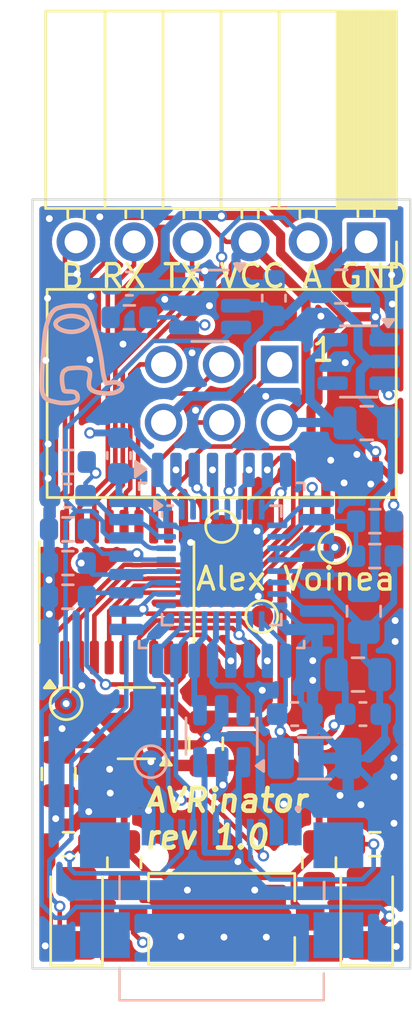
<source format=kicad_pcb>
(kicad_pcb (version 20240108) (generator "pcbnew") (generator_version "8.0")
  (title_block (title "AVRinator") (date "2024-04-30") (rev "1.0"))
  (layers (0 "F.Cu" signal) (1 "In1.Cu" signal) (2 "In2.Cu" signal) (31 "B.Cu" signal) (34 "B.Paste" user) (35 "F.Paste" user) (36 "B.SilkS" user "B.Silkscreen") (37 "F.SilkS" user "F.Silkscreen") (38 "B.Mask" user) (39 "F.Mask" user) (44 "Edge.Cuts" user))
  (net 0 "")
  (net 1 "VBUS")
  (net 2 "GND")
  (net 3 "+3.3V")
  (net 4 "VDDA")
  (net 5 "T_VCC")
  (net 6 "/BOOT0")
  (net 7 "/LED")
  (net 8 "Net-(D1-A)")
  (net 9 "/NFAULT")
  (net 10 "Net-(D2-A)")
  (net 11 "/USB_CC1")
  (net 12 "/CONN_D+")
  (net 13 "/CONN_D-")
  (net 14 "/USB_SBU1")
  (net 15 "/USB_CC2")
  (net 16 "/USB_SBU2")
  (net 17 "GNDA")
  (net 18 "/VCOM_CTS_VCC")
  (net 19 "/VCOM_TX_VCC")
  (net 20 "/VCOM_RX_VCC")
  (net 21 "/VCOM_RTS_VCC")
  (net 22 "T_GND")
  (net 23 "/T_3V3_EN")
  (net 24 "/LS_OE")
  (net 25 "/T_5V_EN")
  (net 26 "/VSENSE_LV")
  (net 27 "/NRST")
  (net 28 "Net-(U1-PB3)")
  (net 29 "/VCOM_CTS")
  (net 30 "/VCOM_RTS")
  (net 31 "/VCOM_TX")
  (net 32 "/VCOM_RX")
  (net 33 "/T_NRESET")
  (net 34 "/ISENSE_OUT")
  (net 35 "/ISENSE_LV")
  (net 36 "/T_SCK")
  (net 37 "/T_MOSI")
  (net 38 "/T_MISO")
  (net 39 "/USB_D-")
  (net 40 "/USB_D+")
  (net 43 "/T_MISO_VCC")
  (net 44 "/T_MOSI_VCC")
  (net 45 "/T_SCK_VCC")
  (net 46 "/T_NRESET_VCC")
  (footprint "Resistor_SMD:R_0805_2012Metric" (layer "F.Cu") (at 57.9628 77.9272 -90)
    (property "Reference" "R7" (hide yes))
    (property "Value" "1K" (hide yes))
  )
  (footprint "LED_SMD:LED_1206_3216Metric" (layer "F.Cu") (at 55.88 80.137 90)
    (property "Reference" "D1" (hide yes))
    (property "Value" "~" (hide yes))
  )
  (footprint "Connector_PinSocket_2.54mm:PinSocket_1x06_P2.54mm_Horizontal" (layer "F.Cu") (at 68.5546 50.7746 -90)
    (property "Reference" "J3" (hide yes))
    (property "Value" "VCOM" (hide yes))
  )
  (footprint "TestPoint:TestPoint_Pad_D1.0mm" (layer "F.Cu") (at 63.9826 67.1576)
    (property "Reference" "TP2" (hide yes))
    (property "Value" "SWO" (hide yes))
  )
  (footprint "Package_TO_SOT_SMD:SOT-23-5" (layer "F.Cu") (at 58.4962 71.8199 180)
    (property "Reference" "U3" (hide yes))
    (property "Value" "AP2112K-3.3" (hide yes))
  )
  (footprint "Resistor_SMD:R_0805_2012Metric" (layer "F.Cu") (at 66.4972 77.9272 -90)
    (property "Reference" "R8" (hide yes))
    (property "Value" "1K" (hide yes))
  )
  (footprint "Package_SO:TSSOP-20_4.4x6.5mm_P0.65mm" (layer "F.Cu") (at 57.6326 66.0908 90)
    (property "Reference" "U6" (hide yes))
    (property "Value" "TXS0108EPW" (hide yes))
  )
  (footprint "NetTie:NetTie-2_SMD_Pad0.5mm" (layer "F.Cu") (at 66.2178 72.5424)
    (property "Reference" "NT1" (hide yes))
    (property "Value" "NetTie_2" (hide yes))
  )
  (footprint "TestPoint:TestPoint_Pad_D1.0mm" (layer "F.Cu") (at 55.4228 70.9676)
    (property "Reference" "TP4" (hide yes))
    (property "Value" "3V3" (hide yes))
  )
  (footprint "leptunKicadLib:61200621621" (layer "F.Cu") (at 62.23 57.404 180)
    (property "Reference" "J2" (hide yes))
    (property "Value" "ICSP" (hide yes))
  )
  (footprint "Capacitor_SMD:C_0805_2012Metric" (layer "F.Cu") (at 61.5442 72.7202 -90)
    (property "Reference" "C1" (hide yes))
    (property "Value" "1uF" (hide yes))
  )
  (footprint "Button_Switch_SMD:SW_Tactile_SPST_NO_Straight_CK_PTS636Sx25SMTRLFS" (layer "F.Cu") (at 62.23 80.391 180)
    (property "Reference" "SW1" (hide yes))
    (property "Value" "BOOT0" (hide yes))
  )
  (footprint "Resistor_SMD:R_0603_1608Metric" (layer "F.Cu") (at 55.5244 77.1144)
    (property "Reference" "R2" (hide yes))
    (property "Value" "5.1K" (hide yes))
  )
  (footprint "TestPoint:TestPoint_Pad_D1.0mm" (layer "F.Cu") (at 62.23 63.2206)
    (property "Reference" "TP1" (hide yes))
    (property "Value" "NRST" (hide yes))
  )
  (footprint "LED_SMD:LED_1206_3216Metric" (layer "F.Cu") (at 68.58 80.137 90)
    (property "Reference" "D2" (hide yes))
    (property "Value" "~" (hide yes))
  )
  (footprint "Capacitor_SMD:C_0805_2012Metric" (layer "F.Cu") (at 55.0926 74.041 -90)
    (property "Reference" "C2" (hide yes))
    (property "Value" "1uF" (hide yes))
  )
  (footprint "TestPoint:TestPoint_Pad_D1.0mm" (layer "F.Cu") (at 67.183 64.135)
    (property "Reference" "TP5" (hide yes))
    (property "Value" "ISENSE_HV" (hide yes))
  )
  (footprint "Resistor_SMD:R_0603_1608Metric" (layer "F.Cu") (at 68.9356 77.1144 180)
    (property "Reference" "R1" (hide yes))
    (property "Value" "5.1K" (hide yes))
  )
  (footprint "Resistor_SMD:R_0603_1608Metric" (layer "B.Cu") (at 68.9356 64.516)
    (property "Reference" "R9" (hide yes))
    (property "Value" "10K" (hide yes))
  )
  (footprint "Capacitor_SMD:C_0805_2012Metric" (layer "B.Cu") (at 68.58 58.6994)
    (property "Reference" "C9" (hide yes))
    (property "Value" "1uF" (hide yes))
  )
  (footprint "Capacitor_SMD:C_0603_1608Metric" (layer "B.Cu") (at 64.516 53.2384 -90)
    (property "Reference" "C11" (hide yes))
    (property "Value" "100nF" (hide yes))
  )
  (footprint "Package_TO_SOT_SMD:SOT-23-5" (layer "B.Cu") (at 61.722 53.5686 180)
    (property "Reference" "U7" (hide yes))
    (property "Value" "AP2171W" (hide yes))
  )
  (footprint "Resistor_SMD:R_0603_1608Metric" (layer "B.Cu") (at 68.9356 62.992)
    (property "Reference" "R10" (hide yes))
    (property "Value" "10K" (hide yes))
  )
  (footprint "TestPoint:TestPoint_Pad_D1.0mm" (layer "B.Cu") (at 59.1312 73.5076 180)
    (property "Reference" "TP3" (hide yes))
    (property "Value" "VBUS" (hide yes))
  )
  (footprint "Capacitor_SMD:C_0603_1608Metric" (layer "B.Cu") (at 58.1914 52.6034 180)
    (property "Reference" "C10" (hide yes))
    (property "Value" "100nF" (hide yes))
  )
  (footprint "Capacitor_SMD:C_1206_3216Metric" (layer "B.Cu") (at 66.294 73.3552)
    (property "Reference" "C7" (hide yes))
    (property "Value" "4.7uF" (hide yes))
  )
  (footprint "Package_DFN_QFN:QFN-32-1EP_5x5mm_P0.5mm_EP3.45x3.45mm" (layer "B.Cu") (at 62.23 64.9224 -90)
    (property "Reference" "U1" (hide yes))
    (property "Value" "STM32G431K8Ux" (hide yes))
  )
  (footprint "Resistor_SMD:R_0603_1608Metric" (layer "B.Cu") (at 55.499 60.4012 180)
    (property "Reference" "R12" (hide yes))
    (property "Value" "10K" (hide yes))
  )
  (footprint "leptunKicadLib:AMOGUS_lil" (layer "B.Cu") (at 55.6768 55.6768 180)
    (property "Reference" "SYM1" (hide yes))
    (property "Value" "AMOGUS")
  )
  (footprint "Package_TO_SOT_SMD:SOT-23-5" (layer "B.Cu") (at 68.2244 56.007 180)
    (property "Reference" "U4" (hide yes))
    (property "Value" "AP2112K-3.3" (hide yes))
  )
  (footprint "Capacitor_SMD:C_0603_1608Metric" (layer "B.Cu") (at 65.4304 71.4248)
    (property "Reference" "C3" (hide yes))
    (property "Value" "100nF" (hide yes))
  )
  (footprint "Capacitor_SMD:C_0805_2012Metric" (layer "B.Cu") (at 67.4624 52.7304 180)
    (property "Reference" "C8" (hide yes))
    (property "Value" "1uF" (hide yes))
  )
  (footprint "Resistor_SMD:R_0603_1608Metric" (layer "B.Cu") (at 55.499 66.294)
    (property "Reference" "R4" (hide yes))
    (property "Value" "10K" (hide yes))
  )
  (footprint "Package_QFP:LQFP-32_7x7mm_P0.8mm" (layer "B.Cu") (at 62.23 64.9224 -90)
    (property "Reference" "U2" (hide yes))
    (property "Value" "STM32G431K8Tx" (hide yes))
  )
  (footprint "NetTie:NetTie-2_SMD_Pad0.5mm" (layer "B.Cu") (at 69.0118 72.9488 45)
    (property "Reference" "NT2" (hide yes))
    (property "Value" "NetTie_2" (hide yes))
  )
  (footprint "Package_TO_SOT_SMD:SOT-23-6" (layer "B.Cu") (at 62.23 72.39 90)
    (property "Reference" "U5" (hide yes))
    (property "Value" "USBLC6-2SC6" (hide yes))
  )
  (footprint "leptunKicadLib:USB4110-GF-A" (layer "B.Cu") (at 62.23 80.264 180)
    (property "Reference" "J4" (hide yes))
    (property "Value" "USB_C_Receptacle_USB2.0_16P" (hide yes))
  )
  (footprint "Capacitor_SMD:C_0805_2012Metric" (layer "B.Cu") (at 68.199 69.6976)
    (property "Reference" "C6" (hide yes))
    (property "Value" "1uF" (hide yes))
  )
  (footprint "Resistor_SMD:R_0603_1608Metric" (layer "B.Cu") (at 58.1914 54.0766 180)
    (property "Reference" "R5" (hide yes))
    (property "Value" "10K" (hide yes))
  )
  (footprint "Capacitor_SMD:C_0603_1608Metric" (layer "B.Cu") (at 57.7342 60.1218 -90)
    (property "Reference" "C5" (hide yes))
    (property "Value" "100nF" (hide yes))
  )
  (footprint "Resistor_SMD:R_0603_1608Metric" (layer "B.Cu") (at 55.499 64.8208 180)
    (property "Reference" "R6" (hide yes))
    (property "Value" "10K" (hide yes))
  )
  (footprint "Capacitor_SMD:C_0603_1608Metric" (layer "B.Cu") (at 55.499 61.8744)
    (property "Reference" "C13" (hide yes))
    (property "Value" "100nF" (hide yes))
  )
  (footprint "Capacitor_SMD:C_0603_1608Metric" (layer "B.Cu") (at 68.4146 71.4248)
    (property "Reference" "C4" (hide yes))
    (property "Value" "100nF" (hide yes))
  )
  (footprint "NetTie:NetTie-2_SMD_Pad0.5mm" (layer "B.Cu") (at 68.9356 64.516 90)
    (property "Reference" "NT3" (hide yes))
    (property "Value" "NetTie_2" (hide yes))
  )
  (footprint "Resistor_SMD:R_0805_2012Metric" (layer "B.Cu") (at 68.453 66.929 90)
    (property "Reference" "R11" (hide yes))
    (property "Value" "0.11R" (hide yes))
  )
  (footprint "Resistor_SMD:R_0603_1608Metric" (layer "B.Cu") (at 55.499 63.3476 180)
    (property "Reference" "R3" (hide yes))
    (property "Value" "10K" (hide yes))
  )
  (gr_rect (start 53.9496 48.9204) (end 70.485 82.55) (stroke (width 0.1)) (fill none) (layer "Edge.Cuts"))
  (gr_text "${TITLE}\nrev ${REVISION}" (at 58.7502 77.3938 0) (layer "F.SilkS") (effects (font (size 1 1) (thickness 0.2) (bold yes) (italic yes)) (justify left bottom)))
  (gr_text "Alex Voinea" (at 61.0176 66.0908 0) (layer "F.SilkS") (effects (font (size 1 1)) (justify left bottom)))
  (gr_text "B RX TX VCC A GND" (at 55.0926 52.8574 0) (layer "F.SilkS") (effects (font (size 1 1)) (justify left bottom)))
  (segment (start 63.96253 49.623) (end 64.812645 50.473115) (width 0.4) (layer "F.Cu") (net 1))
  (segment (start 68.961 54.0512) (end 67.564 54.0512) (width 0.4) (layer "F.Cu") (net 1))
  (segment (start 60.0495 70.8699) (end 59.6337 70.8699) (width 0.4) (layer "F.Cu") (net 1))
  (segment (start 66.1416 58.047691) (end 66.1416 60.619471) (width 0.4) (layer "F.Cu") (net 1))
  (segment (start 66.7924 61.270271) (end 66.7924 63.27227) (width 0.4) (layer "F.Cu") (net 1))
  (segment (start 64.812645 50.473115) (end 64.812645 51.262175) (width 0.4) (layer "F.Cu") (net 1))
  (segment (start 67.60167 54.0512) (end 68.961 54.0512) (width 0.4) (layer "F.Cu") (net 1))
  (segment (start 59.6337 73.0051) (end 59.1312 73.5076) (width 0.4) (layer "F.Cu") (net 1))
  (segment (start 66.449 55.1662) (end 66.449 57.740291) (width 0.4) (layer "F.Cu") (net 1))
  (segment (start 61.5442 72.3646) (end 61.59159 72.41199) (width 0.4) (layer "F.Cu") (net 1))
  (segment (start 64.1706 71.7702) (end 61.5442 71.7702) (width 0.4) (layer "F.Cu") (net 1))
  (segment (start 67.564 54.0512) (end 66.449 55.1662) (width 0.4) (layer "F.Cu") (net 1))
  (segment (start 66.449 57.740291) (end 66.1416 58.047691) (width 0.4) (layer "F.Cu") (net 1))
  (segment (start 61.5442 71.7702) (end 61.5442 72.3646) (width 0.4) (layer "F.Cu") (net 1))
  (segment (start 64.812645 51.262175) (end 67.60167 54.0512) (width 0.4) (layer "F.Cu") (net 1))
  (segment (start 61.59159 72.41199) (end 61.23368 72.7699) (width 0.4) (layer "F.Cu") (net 1))
  (segment (start 66.7924 63.27227) (end 64.8716 65.19307) (width 0.4) (layer "F.Cu") (net 1))
  (segment (start 64.8716 71.0692) (end 64.1706 71.7702) (width 0.4) (layer "F.Cu") (net 1))
  (segment (start 61.23368 72.7699) (end 59.6337 72.7699) (width 0.4) (layer "F.Cu") (net 1))
  (segment (start 59.6337 72.7699) (end 59.6337 73.0051) (width 0.4) (layer "F.Cu") (net 1))
  (segment (start 62.242178 49.623) (end 63.96253 49.623) (width 0.4) (layer "F.Cu") (net 1))
  (segment (start 62.219089 49.646089) (end 62.242178 49.623) (width 0.4) (layer "F.Cu") (net 1))
  (segment (start 66.1416 60.619471) (end 66.7924 61.270271) (width 0.4) (layer "F.Cu") (net 1))
  (segment (start 64.8716 65.19307) (end 64.8716 71.0692) (width 0.4) (layer "F.Cu") (net 1))
  (segment (start 61.59159 72.41199) (end 60.0495 70.8699) (width 0.4) (layer "F.Cu") (net 1))
  (via (at 59.1312 73.5076) (size 0.5) (drill 0.3) (layers "F.Cu" "B.Cu") (net 1))
  (via (at 62.219089 49.646089) (size 0.5) (drill 0.3) (layers "F.Cu" "B.Cu") (net 1))
  (via (at 61.59159 72.41199) (size 0.5) (drill 0.3) (layers "F.Cu" "B.Cu") (net 1))
  (via (at 68.961 54.0512) (size 0.5) (drill 0.3) (layers "F.Cu" "B.Cu") (net 1))
  (segment (start 64.78 76.586) (end 64.78 76.124218) (width 0.3) (layer "B.Cu") (net 1))
  (segment (start 64.48 76.586) (end 64.48 76.109001) (width 0.3) (layer "B.Cu") (net 1))
  (segment (start 58.9664 52.6034) (end 58.8264 52.6034) (width 0.4) (layer "B.Cu") (net 1))
  (segment (start 58.9664 52.6034) (end 59.758 51.8118) (width 0.4) (layer "B.Cu") (net 1))
  (segment (start 64.78 76.194929) (end 64.587036 76.001965) (width 0.3) (layer "B.Cu") (net 1))
  (segment (start 68.961 53.279) (end 68.4124 52.7304) (width 0.4) (layer "B.Cu") (net 1))
  (segment (start 68.961 54.0512) (end 68.961 54.6561) (width 0.4) (layer "B.Cu") (net 1))
  (segment (start 64.48 76.109001) (end 64.587036 76.001965) (width 0.3) (layer "B.Cu") (net 1))
  (segment (start 59.68 75.7682) (end 59.68 74.945159) (width 0.3) (layer "B.Cu") (net 1))
  (segment (start 63.917 75.331929) (end 64.587036 76.001965) (width 0.4) (layer "B.Cu") (net 1))
  (segment (start 64.78 76.124218) (end 64.558891 75.903109) (width 0.3) (layer "B.Cu") (net 1))
  (segment (start 59.98 76.586) (end 59.98 76.0682) (width 0.3) (layer "B.Cu") (net 1))
  (segment (start 61.59159 72.41199) (end 63.508964 72.41199) (width 0.4) (layer "B.Cu") (net 1))
  (segment (start 58.8264 52.6034) (end 57.3664 54.0634) (width 0.4) (layer "B.Cu") (net 1))
  (segment (start 59.68 74.945159) (end 59.1312 74.396359) (width 0.3) (layer "B.Cu") (net 1))
  (segment (start 59.758 50.31247) (end 60.44747 49.623) (width 0.4) (layer "B.Cu") (net 1))
  (segment (start 59.1312 74.396359) (end 59.1312 73.5076) (width 0.3) (layer "B.Cu") (net 1))
  (segment (start 59.68 76.586) (end 59.68 75.7682) (width 0.3) (layer "B.Cu") (net 1))
  (segment (start 68.961 54.0512) (end 68.961 53.279) (width 0.4) (layer "B.Cu") (net 1))
  (segment (start 59.98 76.0682) (end 59.68 75.7682) (width 0.3) (layer "B.Cu") (net 1))
  (segment (start 64.78 76.586) (end 64.78 76.194929) (width 0.3) (layer "B.Cu") (net 1))
  (segment (start 63.508964 72.41199) (end 63.917 72.820026) (width 0.4) (layer "B.Cu") (net 1))
  (segment (start 63.917 72.820026) (end 63.917 75.331929) (width 0.4) (layer "B.Cu") (net 1))
  (segment (start 60.5845 52.6186) (end 58.9816 52.6186) (width 0.4) (layer "B.Cu") (net 1))
  (segment (start 62.23 71.77358) (end 62.23 71.2525) (width 0.4) (layer "B.Cu") (net 1))
  (segment (start 62.196 49.623) (end 62.219089 49.646089) (width 0.4) (layer "B.Cu") (net 1))
  (segment (start 58.9816 52.6186) (end 58.9664 52.6034) (width 0.4) (layer "B.Cu") (net 1))
  (segment (start 68.961 54.6561) (end 69.3619 55.057) (width 0.4) (layer "B.Cu") (net 1))
  (segment (start 64.78 76.586) (end 64.78 76.161) (width 0.3) (layer "B.Cu") (net 1))
  (segment (start 60.44747 49.623) (end 62.196 49.623) (width 0.4) (layer "B.Cu") (net 1))
  (segment (start 57.3664 54.0634) (end 57.3664 54.0766) (width 0.4) (layer "B.Cu") (net 1))
  (segment (start 61.59159 72.41199) (end 62.23 71.77358) (width 0.4) (layer "B.Cu") (net 1))
  (segment (start 59.758 51.8118) (end 59.758 50.31247) (width 0.4) (layer "B.Cu") (net 1))
  (segment (start 55.7124 74.991) (end 56.4134 75.692) (width 0.3) (layer "F.Cu") (net 2))
  (segment (start 59.6337 71.8199) (end 59.313174 71.8199) (width 0.3) (layer "F.Cu") (net 2))
  (segment (start 59.313174 71.8199) (end 58.5812 72.551874) (width 0.3) (layer "F.Cu") (net 2))
  (segment (start 56.4134 75.692) (end 56.1218 75.692) (width 0.3) (layer "F.Cu") (net 2))
  (segment (start 61.0006 73.6702) (end 61.5442 73.6702) (width 0.3) (layer "F.Cu") (net 2))
  (segment (start 58.5812 75.1928) (end 59.0296 75.6412) (width 0.3) (layer "F.Cu") (net 2))
  (segment (start 60.8711 63.9191) (end 60.5576 63.6056) (width 0.3) (layer "F.Cu") (net 2))
  (segment (start 56.1218 75.692) (end 54.6994 77.1144) (width 0.3) (layer "F.Cu") (net 2))
  (segment (start 69.7738 77.1012) (end 69.7606 77.1144) (width 0.3) (layer "F.Cu") (net 2))
  (segment (start 60.5576 63.6056) (end 60.5576 63.2283) (width 0.3) (layer "F.Cu") (net 2))
  (segment (start 55.0926 74.991) (end 55.7124 74.991) (width 0.3) (layer "F.Cu") (net 2))
  (segment (start 69.7738 76.2) (end 69.7738 77.1012) (width 0.3) (layer "F.Cu") (net 2))
  (segment (start 58.5812 72.551874) (end 58.5812 75.1928) (width 0.3) (layer "F.Cu") (net 2))
  (via (at 60.8711 63.9191) (size 0.5) (drill 0.3) (layers "F.Cu" "B.Cu") (net 2))
  (via (at 64.9478 75.3618) (size 0.5) (drill 0.3) (layers "F.Cu" "B.Cu") (net 2))
  (via (at 54.5338 55.9562) (size 0.5) (drill 0.3) (layers "F.Cu" "B.Cu") (net 2))
  (via (at 61.4934 52.0446) (size 0.5) (drill 0.3) (layers "F.Cu" "B.Cu") (net 2))
  (via (at 66.2178 69.9516) (size 0.5) (drill 0.3) (layers "F.Cu" "B.Cu") (net 2))
  (via (at 63.6778 79.121) (size 0.5) (drill 0.3) (layers "F.Cu" "B.Cu") (net 2))
  (via (at 63.8302 66.2686) (size 0.5) (drill 0.3) (layers "F.Cu" "B.Cu") (net 2))
  (via (at 56.4642 55.9308) (size 0.5) (drill 0.3) (layers "F.Cu" "B.Cu") (net 2))
  (via (at 57.912 55.245) (size 0.5) (drill 0.3) (layers "F.Cu" "B.Cu") (net 2))
  (via (at 55.245 72.0598) (size 0.5) (drill 0.3) (layers "F.Cu" "B.Cu") (net 2))
  (via (at 67.0052 60.325) (size 0.5) (drill 0.3) (layers "F.Cu" "B.Cu") (net 2))
  (via (at 54.6862 49.7586) (size 0.5) (drill 0.3) (layers "F.Cu" "B.Cu") (net 2))
  (via (at 69.8246 68.2498) (size 0.5) (drill 0.3) (layers "F.Cu" "B.Cu") (net 2))
  (via (at 64.008 70.3834) (size 0.5) (drill 0.3) (layers "F.Cu" "B.Cu") (net 2))
  (via (at 63.7794 63.4238) (size 0.5) (drill 0.3) (layers "F.Cu" "B.Cu") (net 2))
  (via (at 67.6402 56.0578) (size 0.5) (drill 0.3) (layers "F.Cu" "B.Cu") (net 2))
  (via (at 54.674 65.5574) (size 0.5) (drill 0.3) (layers "F.Cu" "B.Cu") (net 2))
  (via (at 68.1482 60.071) (size 0.5) (drill 0.3) (layers "F.Cu" "B.Cu") (net 2))
  (via (at 55.9054 52.1716) (size 0.5) (drill 0.3) (layers "F.Cu" "B.Cu") (net 2))
  (via (at 69.7738 73.3552) (size 0.5) (drill 0.3) (layers "F.Cu" "B.Cu") (net 2))
  (via (at 57.3278 73.8378) (size 0.5) (drill 0.3) (layers "F.Cu" "B.Cu") (net 2))
  (via (at 60.9346 55.626) (size 0.5) (drill 0.3) (layers "F.Cu" "B.Cu") (net 2))
  (via (at 60.452 81.153) (size 0.5) (drill 0.3) (layers "F.Cu" "B.Cu") (net 2))
  (via (at 69.7738 74.168) (size 0.5) (drill 0.3) (layers "F.Cu" "B.Cu") (net 2))
  (via (at 56.515 53.1622) (size 0.5) (drill 0.3) (layers "F.Cu" "B.Cu") (net 2))
  (via (at 54.9656 75.9968) (size 0.5) (drill 0.3) (layers "F.Cu" "B.Cu") (net 2))
  (via (at 59.7408 53.2892) (size 0.5) (drill 0.3) (layers "F.Cu" "B.Cu") (net 2))
  (via (at 54.6354 59.6138) (size 0.5) (drill 0.3) (layers "F.Cu" "B.Cu") (net 2))
  (via (at 69.8246 67.3354) (size 0.5) (drill 0.3) (layers "F.Cu" "B.Cu") (net 2))
  (via (at 61.087 58.1406) (size 0.5) (drill 0.3) (layers "F.Cu" "B.Cu") (net 2))
  (via (at 64.1858 81.1784) (size 0.5) (drill 0.3) (layers "F.Cu" "B.Cu") (net 2))
  (via (at 69.6976 53.4924) (size 0.5) (drill 0.3) (layers "F.Cu" "B.Cu") (net 2))
  (via (at 67.4116 74.9808) (size 0.5) (drill 0.3) (layers "F.Cu" "B.Cu") (net 2))
  (via (at 62.3316 81.1784) (size 0.5) (drill 0.3) (layers "F.Cu" "B.Cu") (net 2))
  (via (at 54.61 53.2384) (size 0.5) (drill 0.3) (layers "F.Cu" "B.Cu") (net 2))
  (via (at 61.6966 53.5686) (size 0.5) (drill 0.3) (layers "F.Cu" "B.Cu") (net 2))
  (via (at 69.8754 81.5848) (size 0.5) (drill 0.3) (layers "F.Cu" "B.Cu") (net 2))
  (via (at 54.6354 61.1124) (size 0.5) (drill 0.3) (layers "F.Cu" "B.Cu") (net 2))
  (via (at 57.3532 74.8792) (size 0.5) (drill 0.3) (layers "F.Cu" "B.Cu") (net 2))
  (via (at 68.7578 61.3664) (size 0.5) (drill 0.3) (layers "F.Cu" "B.Cu") (net 2))
  (via (at 56.1086 70.1802) (size 0.5) (drill 0.3) (layers "F.Cu" "B.Cu") (net 2))
  (via (at 62.2808 74.5236) (size 0.5) (drill 0.3) (layers "F.Cu" "B.Cu") (net 2))
  (via (at 68.326 75.3872) (size 0.5) (drill 0.3) (layers "F.Cu" "B.Cu") (net 2))
  (via (at 69.6722 52.2224) (size 0.5) (drill 0.3) (layers "F.Cu" "B.Cu") (net 2))
  (via (at 67.5894 61.3156) (size 0.5) (drill 0.3) (layers "F.Cu" "B.Cu") (net 2))
  (via (at 56.4134 75.692) (size 0.5) (drill 0.3) (layers "F.Cu" "B.Cu") (net 2))
  (via (at 54.5084 81.5594) (size 0.5) (drill 0.3) (layers "F.Cu" "B.Cu") (net 2))
  (via (at 69.7738 76.2) (size 0.5) (drill 0.3) (layers "F.Cu" "B.Cu") (net 2))
  (via (at 64.1604 57.531) (size 0.5) (drill 0.3) (layers "F.Cu" "B.Cu") (net 2))
  (via (at 62.9412 77.8764) (size 0.5) (drill 0.3) (layers "F.Cu" "B.Cu") (net 2))
  (via (at 54.6862 67.056) (size 0.5) (drill 0.3) (layers "F.Cu" "B.Cu") (net 2))
  (via (at 60.7314 79.121) (size 0.5) (drill 0.3) (layers "F.Cu" "B.Cu") (net 2))
  (via (at 66.5734 54.0258) (size 0.5) (drill 0.3) (layers "F.Cu" "B.Cu") (net 2))
  (via (at 56.896 49.6824) (size 0.5) (drill 0.3) (layers "F.Cu" "B.Cu") (net 2))
  (via (at 59.0296 75.6412) (size 0.5) (drill 0.3) (layers "F.Cu" "B.Cu") (net 2))
  (via (at 66.2178 69.088) (size 0.5) (drill 0.3) (layers "F.Cu" "B.Cu") (net 2))
  (segment (start 64.797926 66.674958) (end 65.449648 67.32668) (width 0.2) (layer "B.Cu") (net 2))
  (segment (start 67.769 73.3552) (end 68.6054 73.3552) (width 0.3) (layer "B.Cu") (net 2))
  (segment (start 59.662074 63.169842) (end 59.010352 62.51812) (width 0.2) (layer "B.Cu") (net 2))
  (segment (start 69.7738 75.36) (end 69.7738 76.2) (width 0.3) (layer "B.Cu") (net 2))
  (segment (start 54.6354 61.1124) (end 54.674 61.151) (width 0.3) (layer "B.Cu") (net 2))
  (segment (start 64.6675 66.6724) (end 64.797926 66.674958) (width 0.2) (layer "B.Cu") (net 2))
  (segment (start 64.9478 75.3618) (end 65.28 75.694) (width 0.3) (layer "B.Cu") (net 2))
  (segment (start 62.23 64.9224) (end 62.099574 64.919842) (width 0.2) (layer "B.Cu") (net 2))
  (segment (start 58.88 76.586) (end 58.88 75.7908) (width 0.3) (layer "B.Cu") (net 2))
  (segment (start 56.4134 75.692) (end 58.9788 75.692) (width 0.3) (layer "B.Cu") (net 2))
  (segment (start 65.28 76.586) (end 65.28 75.8678) (width 0.3) (layer "B.Cu") (net 2))
  (segment (start 66.2054 71.7916) (end 66.2054 71.4248) (width 0.3) (layer "B.Cu") (net 2))
  (segment (start 54.674 60.4012) (end 54.674 61.0738) (width 0.3) (layer "B.Cu") (net 2))
  (segment (start 65.58 75.5678) (end 65.58 76.586) (width 0.3) (layer "B.Cu") (net 2))
  (segment (start 57.7342 60.8968) (end 57.7342 61.8016) (width 0.3) (layer "B.Cu") (net 2))
  (segment (start 59.7925 63.1724) (end 59.662074 63.169842) (width 0.2) (layer "B.Cu") (net 2))
  (segment (start 63.493864 66.186264) (end 62.23 64.9224) (width 0.2) (layer "B.Cu") (net 2))
  (segment (start 67.769 73.3552) (end 67.769 73.3788) (width 0.3) (layer "B.Cu") (net 2))
  (segment (start 54.674 61.0738) (end 54.6354 61.1124) (width 0.3) (layer "B.Cu") (net 2))
  (segment (start 67.760999 73.397999) (end 67.769 73.389998) (width 0.3) (layer "B.Cu") (net 2))
  (segment (start 65.6844 70.9038) (end 65.6844 68.443) (width 0.3) (layer "B.Cu") (net 2))
  (segment (start 67.769 73.389998) (end 67.769 73.3552) (width 0.3) (layer "B.Cu") (net 2))
  (segment (start 57.7342 61.8016) (end 58.055 62.1224) (width 0.3) (layer "B.Cu") (net 2))
  (segment (start 57.7342 60.6298) (end 57.7342 60.8968) (width 0.3) (layer "B.Cu") (net 2))
  (segment (start 67.769 73.3788) (end 65.58 75.5678) (width 0.3) (layer "B.Cu") (net 2))
  (segment (start 62.099574 64.919842) (end 60.747852 63.56812) (width 0.2) (layer "B.Cu") (net 2))
  (segment (start 65.28 75.694) (end 65.28 75.8678) (width 0.3) (layer "B.Cu") (net 2))
  (segment (start 65.28 75.8678) (end 65.58 75.5678) (width 0.3) (layer "B.Cu") (net 2))
  (segment (start 67.769 73.3552) (end 66.2054 71.7916) (width 0.3) (layer "B.Cu") (net 2))
  (segment (start 59.18 75.7916) (end 59.0296 75.6412) (width 0.3) (layer "B.Cu") (net 2))
  (segment (start 62.23 74.4728) (end 62.2808 74.5236) (width 0.3) (layer "B.Cu") (net 2))
  (segment (start 59.18 76.586) (end 59.18 75.7916) (width 0.3) (layer "B.Cu") (net 2))
  (segment (start 68.6054 73.3552) (end 68.658247 73.302353) (width 0.3) (layer "B.Cu") (net 2))
  (segment (start 67.769 73.3552) (end 69.7738 75.36) (width 0.3) (layer "B.Cu") (net 2))
  (segment (start 58.9788 75.692) (end 59.0296 75.6412) (width 0.3) (layer "B.Cu") (net 2))
  (segment (start 62.23 73.5275) (end 62.23 74.4728) (width 0.3) (layer "B.Cu") (net 2))
  (segment (start 58.88 75.7908) (end 59.0296 75.6412) (width 0.3) (layer "B.Cu") (net 2))
  (segment (start 66.2054 71.4248) (end 65.6844 70.9038) (width 0.3) (layer "B.Cu") (net 2))
  (segment (start 54.674 61.151) (end 54.674 66.294) (width 0.3) (layer "B.Cu") (net 2))
  (segment (start 65.6844 68.443) (end 66.405 67.7224) (width 0.3) (layer "B.Cu") (net 2))
  (arc (start 65.449648 67.32668) (mid 65.887967 67.619556) (end 66.405 67.7224) (width 0.2) (layer "B.Cu") (net 2))
  (arc (start 59.010352 62.51812) (mid 58.572033 62.225244) (end 58.055 62.1224) (width 0.2) (layer "B.Cu") (net 2))
  (arc (start 64.6675 66.6724) (mid 64.032333 66.546057) (end 63.493864 66.186264) (width 0.2) (layer "B.Cu") (net 2))
  (arc (start 60.747852 63.56812) (mid 60.309533 63.275244) (end 59.7925 63.1724) (width 0.2) (layer "B.Cu") (net 2))
  (segment (start 57.9628 77.309105) (end 59.097695 78.444) (width 0.3) (layer "F.Cu") (net 3))
  (segment (start 55.4228 70.9676) (end 55.5564 70.9676) (width 0.3) (layer "F.Cu") (net 3))
  (segment (start 65.151 72.5424) (end 64.7954 72.1868) (width 0.3) (layer "F.Cu") (net 3))
  (segment (start 57.9628 73.374) (end 57.9628 77.0147) (width 0.3) (layer "F.Cu") (net 3))
  (segment (start 55.3576 68.9533) (end 55.4228 69.0185) (width 0.3) (layer "F.Cu") (net 3))
  (segment (start 65.396505 79.682505) (end 66.105 80.391) (width 0.3) (layer "F.Cu") (net 3))
  (segment (start 65.269505 78.5368) (end 65.396505 78.4098) (width 0.3) (layer "F.Cu") (net 3))
  (segment (start 66.4972 77.0147) (end 66.4972 73.963538) (width 0.3) (layer "F.Cu") (net 3))
  (segment (start 65.7178 73.184138) (end 65.7178 72.5424) (width 0.3) (layer "F.Cu") (net 3))
  (segment (start 59.756618 78.5368) (end 65.269505 78.5368) (width 0.3) (layer "F.Cu") (net 3))
  (segment (start 55.4137 72.7699) (end 55.0926 73.091) (width 0.3) (layer "F.Cu") (net 3))
  (segment (start 57.3587 72.7699) (end 55.4137 72.7699) (width 0.3) (layer "F.Cu") (net 3))
  (segment (start 65.396505 78.4098) (end 65.396505 79.682505) (width 0.3) (layer "F.Cu") (net 3))
  (segment (start 65.396505 78.4098) (end 66.4972 77.309105) (width 0.3) (layer "F.Cu") (net 3))
  (segment (start 55.5564 70.9676) (end 57.3587 72.7699) (width 0.3) (layer "F.Cu") (net 3))
  (segment (start 66.4972 73.963538) (end 65.7178 73.184138) (width 0.3) (layer "F.Cu") (net 3))
  (segment (start 59.663818 78.444) (end 59.756618 78.5368) (width 0.3) (layer "F.Cu") (net 3))
  (segment (start 57.9628 77.0147) (end 57.9628 77.309105) (width 0.3) (layer "F.Cu") (net 3))
  (segment (start 55.4228 69.0185) (end 55.4228 70.9676) (width 0.3) (layer "F.Cu") (net 3))
  (segment (start 66.4972 77.309105) (end 66.4972 77.0147) (width 0.3) (layer "F.Cu") (net 3))
  (segment (start 57.3587 72.7699) (end 57.9628 73.374) (width 0.3) (layer "F.Cu") (net 3))
  (segment (start 59.097695 78.444) (end 59.663818 78.444) (width 0.3) (layer "F.Cu") (net 3))
  (segment (start 65.7178 72.5424) (end 65.151 72.5424) (width 0.3) (layer "F.Cu") (net 3))
  (via (at 64.7954 72.1868) (size 0.5) (drill 0.3) (layers "F.Cu" "B.Cu") (net 3))
  (via (at 55.4228 70.9676) (size 0.5) (drill 0.3) (layers "F.Cu" "B.Cu") (net 3))
  (via (at 56.4642 59.1312) (size 0.5) (drill 0.3) (layers "F.Cu" "B.Cu") (net 3))
  (segment (start 60.477442 62.354474) (end 59.82572 61.702752) (width 0.2) (layer "B.Cu") (net 3))
  (segment (start 55.4228 70.9676) (end 55.451 70.9394) (width 0.3) (layer "B.Cu") (net 3))
  (segment (start 64.6554 71.4248) (end 65.03 71.0502) (width 0.2) (layer "B.Cu") (net 3))
  (segment (start 64.7954 73.3316) (end 64.7954 72.1868) (width 0.3) (layer "B.Cu") (net 3))
  (segment (start 57.5186 59.1312) (end 57.7342 59.3468) (width 0.3) (layer "B.Cu") (net 3))
  (segment (start 63.98 67.3599) (end 65.03 68.4099) (width 0.2) (layer "B.Cu") (net 3))
  (segment (start 56.4642 59.1312) (end 57.5186 59.1312) (width 0.3) (layer "B.Cu") (net 3))
  (segment (start 65.03 68.4099) (end 65.03 69.0974) (width 0.2) (layer "B.Cu") (net 3))
  (segment (start 57.7342 59.3468) (end 58.0294 59.3468) (width 0.3) (layer "B.Cu") (net 3))
  (segment (start 64.7954 72.1868) (end 64.7954 71.5648) (width 0.3) (layer "B.Cu") (net 3))
  (segment (start 58.0294 59.3468) (end 59.43 60.7474) (width 0.3) (layer "B.Cu") (net 3))
  (segment (start 60.48 62.4849) (end 60.477442 62.354474) (width 0.2) (layer "B.Cu") (net 3))
  (segment (start 64.819 73.3552) (end 64.7954 73.3316) (width 0.3) (layer "B.Cu") (net 3))
  (segment (start 65.03 71.0502) (end 65.03 69.0974) (width 0.2) (layer "B.Cu") (net 3))
  (segment (start 64.7954 71.5648) (end 64.6554 71.4248) (width 0.3) (layer "B.Cu") (net 3))
  (arc (start 59.82572 61.702752) (mid 59.532844 61.264433) (end 59.43 60.7474) (width 0.2) (layer "B.Cu") (net 3))
  (segment (start 67.1576 71.9074) (end 67.1576 72.1026) (width 0.3) (layer "F.Cu") (net 4))
  (segment (start 67.1576 72.1026) (end 66.7178 72.5424) (width 0.3) (layer "F.Cu") (net 4))
  (via (at 67.1576 71.9074) (size 0.5) (drill 0.3) (layers "F.Cu" "B.Cu") (net 4))
  (segment (start 67.6396 70.0882) (end 67.249 69.6976) (width 0.3) (layer "B.Cu") (net 4))
  (segment (start 65.126025 66.1724) (end 65.501983 66.548358) (width 0.2) (layer "B.Cu") (net 4))
  (segment (start 67.0494 66.9224) (end 66.405 66.9224) (width 0.3) (layer "B.Cu") (net 4))
  (segment (start 67.6396 71.4254) (end 67.1576 71.9074) (width 0.3) (layer "B.Cu") (net 4))
  (segment (start 67.432 69.4536) (end 67.432 67.305) (width 0.3) (layer "B.Cu") (net 4))
  (segment (start 67.432 67.305) (end 67.0494 66.9224) (width 0.3) (layer "B.Cu") (net 4))
  (segment (start 67.6396 71.4248) (end 67.6396 70.0882) (width 0.3) (layer "B.Cu") (net 4))
  (segment (start 67.249 69.6976) (end 67.249 69.6366) (width 0.3) (layer "B.Cu") (net 4))
  (segment (start 67.249 69.6366) (end 67.432 69.4536) (width 0.3) (layer "B.Cu") (net 4))
  (segment (start 67.6396 71.4248) (end 67.6396 71.4254) (width 0.3) (layer "B.Cu") (net 4))
  (segment (start 64.6675 66.1724) (end 65.126025 66.1724) (width 0.2) (layer "B.Cu") (net 4))
  (arc (start 65.501983 66.548358) (mid 65.916291 66.82519) (end 66.405 66.9224) (width 0.2) (layer "B.Cu") (net 4))
  (segment (start 63.4746 50.7746) (end 63.4746 50.7996) (width 0.4) (layer "F.Cu") (net 5))
  (segment (start 55.672 61.795464) (end 55.672 53.1162) (width 0.2) (layer "F.Cu") (net 5))
  (segment (start 55.4482 62.019264) (end 55.672 61.795464) (width 0.2) (layer "F.Cu") (net 5))
  (segment (start 62.432709 50.7746) (end 63.4746 50.7746) (width 0.2) (layer "F.Cu") (net 5))
  (segment (start 68.9706 59.947762) (end 68.9706 60.4002) (width 0.3) (layer "F.Cu") (net 5))
  (segment (start 65.922 53.247) (end 65.922 57.522) (width 0.4) (layer "F.Cu") (net 5))
  (segment (start 63.4746 50.7996) (end 65.922 53.247) (width 0.4) (layer "F.Cu") (net 5))
  (segment (start 55.4482 63.1377) (end 55.4482 62.019264) (width 0.2) (layer "F.Cu") (net 5))
  (segment (start 57.1246 50.3936) (end 57.7952 49.723) (width 0.2) (layer "F.Cu") (net 5))
  (segment (start 61.381109 49.723) (end 62.432709 50.7746) (width 0.2) (layer "F.Cu") (net 5))
  (segment (start 55.3576 63.2283) (end 55.4482 63.1377) (width 0.2) (layer "F.Cu") (net 5))
  (segment (start 65.922 57.522) (end 64.77 58.674) (width 0.4) (layer "F.Cu") (net 5))
  (segment (start 55.672 53.1162) (end 57.1246 51.6636) (width 0.2) (layer "F.Cu") (net 5))
  (segment (start 57.7952 49.723) (end 61.381109 49.723) (width 0.2) (layer "F.Cu") (net 5))
  (segment (start 68.9706 60.4002) (end 69.7606 61.1902) (width 0.3) (layer "F.Cu") (net 5))
  (segment (start 57.1246 51.6636) (end 57.1246 50.3936) (width 0.2) (layer "F.Cu") (net 5))
  (segment (start 69.7606 61.1902) (end 69.7606 62.2808) (width 0.3) (layer "F.Cu") (net 5))
  (via (at 69.7606 62.2808) (size 0.5) (drill 0.3) (layers "F.Cu" "B.Cu") (net 5))
  (via (at 68.9706 59.947762) (size 0.5) (drill 0.3) (layers "F.Cu" "B.Cu") (net 5))
  (segment (start 68.878362 59.947762) (end 67.63 58.6994) (width 0.3) (layer "B.Cu") (net 5))
  (segment (start 64.3608 52.6186) (end 62.8595 52.6186) (width 0.4) (layer "B.Cu") (net 5))
  (segment (start 67.63 58.6994) (end 67.0814 58.6994) (width 0.4) (layer "B.Cu") (net 5))
  (segment (start 64.77 58.674) (end 67.6046 58.674) (width 0.4) (layer "B.Cu") (net 5))
  (segment (start 62.8595 52.6186) (end 62.8595 51.3897) (width 0.4) (layer "B.Cu") (net 5))
  (segment (start 69.7606 62.2808) (end 69.7606 62.992) (width 0.3) (layer "B.Cu") (net 5))
  (segment (start 66.0974 57.7154) (end 66.0974 56.0465) (width 0.4) (layer "B.Cu") (net 5))
  (segment (start 62.8595 51.3897) (end 63.4746 50.7746) (width 0.4) (layer "B.Cu") (net 5))
  (segment (start 68.9706 59.947762) (end 68.878362 59.947762) (width 0.3) (layer "B.Cu") (net 5))
  (segment (start 66.0974 56.0465) (end 67.0869 55.057) (width 0.4) (layer "B.Cu") (net 5))
  (segment (start 64.516 52.4634) (end 64.3608 52.6186) (width 0.4) (layer "B.Cu") (net 5))
  (segment (start 67.6046 58.674) (end 67.63 58.6994) (width 0.4) (layer "B.Cu") (net 5))
  (segment (start 67.0814 58.6994) (end 66.0974 57.7154) (width 0.4) (layer "B.Cu") (net 5))
  (segment (start 58.355 80.9864) (end 58.355 80.391) (width 0.2) (layer "F.Cu") (net 6))
  (segment (start 58.7756 81.407) (end 58.355 80.9864) (width 0.2) (layer "F.Cu") (net 6))
  (via (at 56.7182 60.8838) (size 0.5) (drill 0.3) (layers "F.Cu" "B.Cu") (net 6))
  (via (at 58.7756 81.407) (size 0.5) (drill 0.3) (layers "F.Cu" "B.Cu") (net 6))
  (segment (start 59.458961 63.635936) (end 59.344238 63.56969) (width 0.2) (layer "B.Cu") (net 6))
  (segment (start 59.586919 63.670233) (end 59.458961 63.635936) (width 0.2) (layer "B.Cu") (net 6))
  (segment (start 59.7925 63.6724) (end 59.653157 63.6724) (width 0.2) (layer "B.Cu") (net 6))
  (segment (start 59.344238 63.56969) (end 59.295854 63.5244) (width 0.2) (layer "B.Cu") (net 6))
  (segment (start 59.295854 63.5244) (end 59.145592 63.374138) (width 0.2) (layer "B.Cu") (net 6))
  (segment (start 56.274 61.328) (end 56.274 61.8744) (width 0.2) (layer "B.Cu") (net 6))
  (segment (start 56.7182 60.8838) (end 56.324 60.4896) (width 0.2) (layer "B.Cu") (net 6))
  (segment (start 57.563 62.9224) (end 58.055 62.9224) (width 0.2) (layer "B.Cu") (net 6))
  (segment (start 56.7182 60.8838) (end 56.274 61.328) (width 0.2) (layer "B.Cu") (net 6))
  (segment (start 59.653157 63.6724) (end 59.586919 63.670233) (width 0.2) (layer "B.Cu") (net 6))
  (segment (start 56.515 61.8744) (end 57.563 62.9224) (width 0.2) (layer "B.Cu") (net 6))
  (segment (start 56.324 60.4896) (end 56.324 60.4012) (width 0.2) (layer "B.Cu") (net 6))
  (segment (start 56.274 61.8744) (end 56.515 61.8744) (width 0.2) (layer "B.Cu") (net 6))
  (arc (start 59.145592 63.374138) (mid 58.645224 63.039802) (end 58.055 62.9224) (width 0.2) (layer "B.Cu") (net 6))
  (segment (start 55.1434 79.8322) (end 55.1434 80.8004) (width 0.2) (layer "F.Cu") (net 7))
  (segment (start 55.1434 80.8004) (end 55.88 81.537) (width 0.2) (layer "F.Cu") (net 7))
  (via (at 55.1434 79.8322) (size 0.5) (drill 0.3) (layers "F.Cu" "B.Cu") (net 7))
  (segment (start 59.7925 66.6724) (end 58.7425 67.7224) (width 0.2) (layer "B.Cu") (net 7))
  (segment (start 58.7425 67.7224) (end 58.055 67.7224) (width 0.2) (layer "B.Cu") (net 7))
  (segment (start 54.6862 77.829693) (end 55.6514 76.864493) (width 0.2) (layer "B.Cu") (net 7))
  (segment (start 55.1434 79.8322) (end 54.6862 79.375) (width 0.2) (layer "B.Cu") (net 7))
  (segment (start 58.055 71.104) (end 58.055 67.7224) (width 0.2) (layer "B.Cu") (net 7))
  (segment (start 54.6862 79.375) (end 54.6862 77.829693) (width 0.2) (layer "B.Cu") (net 7))
  (segment (start 55.6514 76.864493) (end 55.6514 73.5076) (width 0.2) (layer "B.Cu") (net 7))
  (segment (start 55.6514 73.5076) (end 58.055 71.104) (width 0.2) (layer "B.Cu") (net 7))
  (segment (start 57.8601 78.737) (end 57.9628 78.8397) (width 0.2) (layer "F.Cu") (net 8))
  (segment (start 55.88 78.737) (end 57.8601 78.737) (width 0.2) (layer "F.Cu") (net 8))
  (segment (start 68.58 81.2546) (end 69.5706 80.264) (width 0.3) (layer "F.Cu") (net 9))
  (segment (start 68.58 81.537) (end 68.58 81.2546) (width 0.3) (layer "F.Cu") (net 9))
  (via (at 69.5706 80.264) (size 0.5) (drill 0.3) (layers "F.Cu" "B.Cu") (net 9))
  (segment (start 69.1642 79.8576) (end 69.5706 80.264) (width 0.2) (layer "B.Cu") (net 9))
  (segment (start 57.023 63.000374) (end 56.572026 62.5494) (width 0.2) (layer "B.Cu") (net 9))
  (segment (start 55.3974 70.285893) (end 54.3496 71.333693) (width 0.2) (layer "B.Cu") (net 9))
  (segment (start 57.305001 63.7224) (end 57.023 63.440399) (width 0.2) (layer "B.Cu") (net 9))
  (segment (start 55.3888 80.3322) (end 55.8634 79.8576) (width 0.2) (layer "B.Cu") (net 9))
  (segment (start 55.3974 63.018724) (end 55.3974 70.285893) (width 0.2) (layer "B.Cu") (net 9))
  (segment (start 55.866724 62.5494) (end 55.3974 63.018724) (width 0.2) (layer "B.Cu") (net 9))
  (segment (start 58.055 63.7224) (end 57.305001 63.7224) (width 0.2) (layer "B.Cu") (net 9))
  (segment (start 56.572026 62.5494) (end 55.866724 62.5494) (width 0.2) (layer "B.Cu") (net 9))
  (segment (start 62.2709 55.1072) (end 62.8595 54.5186) (width 0.2) (layer "B.Cu") (net 9))
  (segment (start 55.866724 62.5494) (end 55.3974 62.080076) (width 0.2) (layer "B.Cu") (net 9))
  (segment (start 55.3974 58.9534) (end 59.2436 55.1072) (width 0.2) (layer "B.Cu") (net 9))
  (segment (start 58.187701 63.7224) (end 58.055 63.7224) (width 0.2) (layer "B.Cu") (net 9))
  (segment (start 62.8595 54.4267) (end 62.8498 54.417) (width 0.3) (layer "B.Cu") (net 9))
  (segment (start 59.7925 64.1724) (end 59.274096 64.1724) (width 0.2) (layer "B.Cu") (net 9))
  (segment (start 54.9322 80.3322) (end 55.3888 80.3322) (width 0.2) (layer "B.Cu") (net 9))
  (segment (start 57.023 63.440399) (end 57.023 63.000374) (width 0.2) (layer "B.Cu") (net 9))
  (segment (start 55.8634 79.8576) (end 69.1642 79.8576) (width 0.2) (layer "B.Cu") (net 9))
  (segment (start 54.3496 79.7496) (end 54.9322 80.3322) (width 0.2) (layer "B.Cu") (net 9))
  (segment (start 54.3496 71.333693) (end 54.3496 79.7496) (width 0.2) (layer "B.Cu") (net 9))
  (segment (start 55.3974 62.080076) (end 55.3974 58.9534) (width 0.2) (layer "B.Cu") (net 9))
  (segment (start 62.8595 54.5186) (end 62.8595 54.4267) (width 0.3) (layer "B.Cu") (net 9))
  (segment (start 59.2436 55.1072) (end 62.2709 55.1072) (width 0.2) (layer "B.Cu") (net 9))
  (segment (start 58.8772 64.008) (end 58.807794 63.941914) (width 0.2) (layer "B.Cu") (net 9))
  (arc (start 58.807794 63.941914) (mid 58.516997 63.777179) (end 58.187701 63.7224) (width 0.2) (layer "B.Cu") (net 9))
  (arc (start 59.274096 64.1724) (mid 59.059297 64.129674) (end 58.8772 64.008) (width 0.2) (layer "B.Cu") (net 9))
  (segment (start 68.58 78.737) (end 66.5999 78.737) (width 0.2) (layer "F.Cu") (net 10))
  (segment (start 66.5999 78.737) (end 66.4972 78.8397) (width 0.2) (layer "F.Cu") (net 10))
  (segment (start 68.8848 77.1144) (end 68.1106 77.1144) (width 0.2) (layer "F.Cu") (net 11))
  (via (at 68.8848 77.1144) (size 0.5) (drill 0.3) (layers "F.Cu" "B.Cu") (net 11))
  (via (at 61.1504 61.5316) (size 0.5) (drill 0.3) (layers "F.Cu" "B.Cu") (net 11))
  (segment (start 63.48 76.586) (end 63.48 77.7802) (width 0.2) (layer "B.Cu") (net 11))
  (segment (start 61.48 61.833796) (end 61.48 62.4849) (width 0.2) (layer "B.Cu") (net 11))
  (segment (start 61.1504 61.5316) (end 61.41712 61.79832) (width 0.2) (layer "B.Cu") (net 11))
  (segment (start 68.3892 78.6558) (end 68.8848 78.1602) (width 0.2) (layer "B.Cu") (net 11))
  (segment (start 64.3556 78.6558) (end 68.3892 78.6558) (width 0.2) (layer "B.Cu") (net 11))
  (segment (start 63.48 77.7802) (end 64.3556 78.6558) (width 0.2) (layer "B.Cu") (net 11))
  (segment (start 61.41712 61.79832) (end 61.48 61.833796) (width 0.2) (layer "B.Cu") (net 11))
  (segment (start 68.8848 78.1602) (end 68.8848 77.1144) (width 0.2) (layer "B.Cu") (net 11))
  (segment (start 61.48 77.478512) (end 61.48 76.586) (width 0.261112) (layer "B.Cu") (net 12))
  (segment (start 61.493044 77.491556) (end 61.48 77.478512) (width 0.261112) (layer "B.Cu") (net 12))
  (segment (start 62.460556 77.491556) (end 61.493044 77.491556) (width 0.261112) (layer "B.Cu") (net 12))
  (segment (start 62.48 76.586) (end 62.48 77.472112) (width 0.261112) (layer "B.Cu") (net 12))
  (segment (start 61.48 73.7275) (end 61.28 73.5275) (width 0.261112) (layer "B.Cu") (net 12))
  (segment (start 61.48 76.586) (end 61.48 73.7275) (width 0.261112) (layer "B.Cu") (net 12))
  (segment (start 62.48 77.472112) (end 62.460556 77.491556) (width 0.261112) (layer "B.Cu") (net 12))
  (segment (start 62.98 74.693488) (end 62.98 73.7275) (width 0.261112) (layer "B.Cu") (net 13))
  (segment (start 61.98 76.586) (end 61.98 75.693488) (width 0.261112) (layer "B.Cu") (net 13))
  (segment (start 62.98 76.586) (end 62.98 73.7275) (width 0.261112) (layer "B.Cu") (net 13))
  (segment (start 61.98 75.693488) (end 62.98 74.693488) (width 0.261112) (layer "B.Cu") (net 13))
  (segment (start 62.98 73.7275) (end 63.18 73.5275) (width 0.261112) (layer "B.Cu") (net 13))
  (segment (start 60.23 74.0984) (end 60.98 74.8484) (width 0.2) (layer "B.Cu") (net 14))
  (segment (start 60.98 67.533148) (end 60.977287 67.624279) (width 0.2) (layer "B.Cu") (net 14))
  (segment (start 60.23 69.0974) (end 60.23 74.0984) (width 0.2) (layer "B.Cu") (net 14))
  (segment (start 60.929216 67.81837) (end 60.639991 68.107595) (width 0.2) (layer "B.Cu") (net 14))
  (segment (start 60.98 67.3599) (end 60.98 67.533148) (width 0.2) (layer "B.Cu") (net 14))
  (segment (start 60.930101 67.800327) (end 60.929216 67.81837) (width 0.2) (layer "B.Cu") (net 14))
  (segment (start 60.977287 67.624279) (end 60.930101 67.800327) (width 0.2) (layer "B.Cu") (net 14))
  (segment (start 60.98 74.8484) (end 60.98 76.586) (width 0.2) (layer "B.Cu") (net 14))
  (arc (start 60.639991 68.107595) (mid 60.336553 68.561721) (end 60.23 69.0974) (width 0.2) (layer "B.Cu") (net 14))
  (segment (start 55.5752 77.6478) (end 56.1086 77.1144) (width 0.2) (layer "F.Cu") (net 15))
  (segment (start 56.1086 77.1144) (end 56.3494 77.1144) (width 0.2) (layer "F.Cu") (net 15))
  (via (at 55.5752 77.6478) (size 0.5) (drill 0.3) (layers "F.Cu" "B.Cu") (net 15))
  (via (at 60.23 60.7474) (size 0.5) (drill 0.3) (layers "F.Cu" "B.Cu") (net 15))
  (segment (start 55.803 78.388) (end 59.567594 78.388) (width 0.2) (layer "B.Cu") (net 15))
  (segment (start 60.98 62.136254) (end 60.98 62.4849) (width 0.2) (layer "B.Cu") (net 15))
  (segment (start 55.5752 78.1602) (end 55.803 78.388) (width 0.2) (layer "B.Cu") (net 15))
  (segment (start 60.23 60.7474) (end 60.23 61.386254) (width 0.2) (layer "B.Cu") (net 15))
  (segment (start 59.567594 78.388) (end 60.48 77.475594) (width 0.2) (layer "B.Cu") (net 15))
  (segment (start 55.5752 77.6478) (end 55.5752 78.1602) (width 0.2) (layer "B.Cu") (net 15))
  (segment (start 60.23 61.386254) (end 60.98 62.136254) (width 0.2) (layer "B.Cu") (net 15))
  (segment (start 60.48 77.475594) (end 60.48 76.586) (width 0.2) (layer "B.Cu") (net 15))
  (segment (start 60.452 75.184) (end 61.6204 75.184) (width 0.2) (layer "F.Cu") (net 16))
  (segment (start 61.6204 75.184) (end 64.0588 77.6224) (width 0.2) (layer "F.Cu") (net 16))
  (via (at 64.0588 77.6224) (size 0.5) (drill 0.3) (layers "F.Cu" "B.Cu") (net 16))
  (via (at 60.452 75.184) (size 0.5) (drill 0.3) (layers "F.Cu" "B.Cu") (net 16))
  (segment (start 60.48 67.3599) (end 60.47794 67.449887) (width 0.2) (layer "B.Cu") (net 16))
  (segment (start 60.43647 67.670884) (end 60.421605 67.671513) (width 0.2) (layer "B.Cu") (net 16))
  (segment (start 63.98 77.5436) (end 64.0588 77.6224) (width 0.2) (layer "B.Cu") (net 16))
  (segment (start 59.8932 73.8632) (end 59.8932 74.6252) (width 0.2) (layer "B.Cu") (net 16))
  (segment (start 60.475482 67.525265) (end 60.43647 67.670884) (width 0.2) (layer "B.Cu") (net 16))
  (segment (start 60.47794 67.449887) (end 60.475482 67.525265) (width 0.2) (layer "B.Cu") (net 16))
  (segment (start 59.8932 73.8632) (end 59.8932 70.011866) (width 0.2) (layer "B.Cu") (net 16))
  (segment (start 59.8932 74.6252) (end 60.452 75.184) (width 0.2) (layer "B.Cu") (net 16))
  (segment (start 59.43 69.548666) (end 59.43 69.0974) (width 0.2) (layer "B.Cu") (net 16))
  (segment (start 60.421605 67.671513) (end 60.392578 67.683556) (width 0.2) (layer "B.Cu") (net 16))
  (segment (start 60.392578 67.683556) (end 59.749094 68.32704) (width 0.2) (layer "B.Cu") (net 16))
  (segment (start 63.98 76.586) (end 63.98 77.5436) (width 0.2) (layer "B.Cu") (net 16))
  (segment (start 59.8932 70.011866) (end 59.43 69.548666) (width 0.2) (layer "B.Cu") (net 16))
  (arc (start 59.749094 68.32704) (mid 59.51293 68.680484) (end 59.43 69.0974) (width 0.2) (layer "B.Cu") (net 16))
  (segment (start 68.453 67.8415) (end 68.453 67.648422) (width 0.3) (layer "B.Cu") (net 17))
  (segment (start 68.453 67.8415) (end 69.7606 66.5339) (width 0.3) (layer "B.Cu") (net 17))
  (segment (start 69.365353 71.600553) (end 69.1896 71.4248) (width 0.3) (layer "B.Cu") (net 17))
  (segment (start 68.453 69.0016) (end 69.149 69.6976) (width 0.3) (layer "B.Cu") (net 17))
  (segment (start 69.149 69.6976) (end 69.149 71.3842) (width 0.3) (layer "B.Cu") (net 17))
  (segment (start 69.7606 66.5339) (end 69.7606 64.516) (width 0.3) (layer "B.Cu") (net 17))
  (segment (start 66.926978 66.1224) (end 66.405 66.1224) (width 0.3) (layer "B.Cu") (net 17))
  (segment (start 64.6675 65.6724) (end 64.673695 65.666781) (width 0.2) (layer "B.Cu") (net 17))
  (segment (start 64.697482 65.659981) (end 65.491315 65.659981) (width 0.2) (layer "B.Cu") (net 17))
  (segment (start 64.673695 65.666781) (end 64.689129 65.660384) (width 0.2) (layer "B.Cu") (net 17))
  (segment (start 65.491315 65.659981) (end 65.634641 65.803307) (width 0.2) (layer "B.Cu") (net 17))
  (segment (start 68.453 67.8415) (end 68.453 69.0016) (width 0.3) (layer "B.Cu") (net 17))
  (segment (start 69.365353 72.595247) (end 69.365353 71.600553) (width 0.3) (layer "B.Cu") (net 17))
  (segment (start 69.149 71.3842) (end 69.1896 71.4248) (width 0.3) (layer "B.Cu") (net 17))
  (segment (start 68.453 67.648422) (end 66.926978 66.1224) (width 0.3) (layer "B.Cu") (net 17))
  (segment (start 64.689129 65.660384) (end 64.697482 65.659981) (width 0.2) (layer "B.Cu") (net 17))
  (arc (start 65.634641 65.803307) (mid 65.988085 66.03947) (end 66.405 66.1224) (width 0.2) (layer "B.Cu") (net 17))
  (segment (start 57.3076 63.2283) (end 57.3076 62.011104) (width 0.2) (layer "F.Cu") (net 18))
  (segment (start 57.9024 61.416304) (end 57.9024 56.433847) (width 0.2) (layer "F.Cu") (net 18))
  (segment (start 62.23 52.106247) (end 62.23 51.435) (width 0.2) (layer "F.Cu") (net 18))
  (segment (start 57.3076 62.011104) (end 57.9024 61.416304) (width 0.2) (layer "F.Cu") (net 18))
  (segment (start 57.9024 56.433847) (end 62.23 52.106247) (width 0.2) (layer "F.Cu") (net 18))
  (via (at 62.23 51.435) (size 0.5) (drill 0.3) (layers "F.Cu" "B.Cu") (net 18))
  (segment (start 62.23 51.435) (end 62.23 50.521891) (width 0.2) (layer "B.Cu") (net 18))
  (segment (start 63.028891 49.723) (end 64.963 49.723) (width 0.2) (layer "B.Cu") (net 18))
  (segment (start 62.23 50.521891) (end 63.028891 49.723) (width 0.2) (layer "B.Cu") (net 18))
  (segment (start 64.963 49.723) (end 66.0146 50.7746) (width 0.2) (layer "B.Cu") (net 18))
  (segment (start 56.6576 63.2283) (end 56.6576 62.198656) (width 0.2) (layer "F.Cu") (net 19))
  (segment (start 60.9346 52.939199) (end 60.9346 50.7746) (width 0.2) (layer "F.Cu") (net 19))
  (segment (start 57.5754 61.280856) (end 57.5754 56.298399) (width 0.2) (layer "F.Cu") (net 19))
  (segment (start 56.6576 62.198656) (end 57.5754 61.280856) (width 0.2) (layer "F.Cu") (net 19))
  (segment (start 57.5754 56.298399) (end 60.9346 52.939199) (width 0.2) (layer "F.Cu") (net 19))
  (segment (start 56.0076 63.2283) (end 56.0076 62.386208) (width 0.2) (layer "F.Cu") (net 20))
  (segment (start 58.3946 51.7906) (end 58.3946 50.7746) (width 0.2) (layer "F.Cu") (net 20))
  (segment (start 56.0076 62.386208) (end 57.2484 61.145408) (width 0.2) (layer "F.Cu") (net 20))
  (segment (start 57.2484 52.9368) (end 58.3946 51.7906) (width 0.2) (layer "F.Cu") (net 20))
  (segment (start 57.2484 61.145408) (end 57.2484 52.9368) (width 0.2) (layer "F.Cu") (net 20))
  (segment (start 54.7076 63.2283) (end 54.7076 62.3356) (width 0.2) (layer "F.Cu") (net 21))
  (segment (start 55.372 51.2572) (end 55.8546 50.7746) (width 0.2) (layer "F.Cu") (net 21))
  (segment (start 55.372 61.6712) (end 55.372 51.2572) (width 0.2) (layer "F.Cu") (net 21))
  (segment (start 54.7076 62.3356) (end 55.372 61.6712) (width 0.2) (layer "F.Cu") (net 21))
  (segment (start 68.699401 56.007) (end 68.199 55.506599) (width 0.4) (layer "B.Cu") (net 22))
  (segment (start 69.53 58.6994) (end 69.6976 58.867) (width 0.4) (layer "B.Cu") (net 22))
  (segment (start 68.699401 56.007) (end 68.3006 56.405801) (width 0.4) (layer "B.Cu") (net 22))
  (segment (start 69.6976 58.867) (end 69.6976 61.315666) (width 0.4) (layer "B.Cu") (net 22))
  (segment (start 69.6976 61.315666) (end 68.9356 62.077666) (width 0.4) (layer "B.Cu") (net 22))
  (segment (start 60.842 57.522) (end 62.5184 57.522) (width 0.4) (layer "B.Cu") (net 22))
  (segment (start 68.199 54.417) (end 66.5124 52.7304) (width 0.4) (layer "B.Cu") (net 22))
  (segment (start 64.516 54.0134) (end 65.024 54.0134) (width 0.4) (layer "B.Cu") (net 22))
  (segment (start 63.382 55.299152) (end 64.516 54.165152) (width 0.4) (layer "B.Cu") (net 22))
  (segment (start 68.3006 57.47) (end 69.53 58.6994) (width 0.4) (layer "B.Cu") (net 22))
  (segment (start 62.5184 57.522) (end 63.382 56.6584) (width 0.4) (layer "B.Cu") (net 22))
  (segment (start 69.3619 56.007) (end 68.699401 56.007) (width 0.4) (layer "B.Cu") (net 22))
  (segment (start 62.8595 53.5686) (end 64.0712 53.5686) (width 0.4) (layer "B.Cu") (net 22))
  (segment (start 68.9356 62.077666) (end 68.9356 64.016) (width 0.4) (layer "B.Cu") (net 22))
  (segment (start 68.3006 56.405801) (end 68.3006 57.47) (width 0.4) (layer "B.Cu") (net 22))
  (segment (start 65.024 54.0134) (end 68.2628 50.7746) (width 0.4) (layer "B.Cu") (net 22))
  (segment (start 68.199 55.506599) (end 68.199 54.417) (width 0.4) (layer "B.Cu") (net 22))
  (segment (start 63.382 56.6584) (end 63.382 55.299152) (width 0.4) (layer "B.Cu") (net 22))
  (segment (start 64.516 54.165152) (end 64.516 54.0134) (width 0.4) (layer "B.Cu") (net 22))
  (segment (start 59.69 58.674) (end 60.842 57.522) (width 0.4) (layer "B.Cu") (net 22))
  (segment (start 68.2628 50.7746) (end 68.5546 50.7746) (width 0.4) (layer "B.Cu") (net 22))
  (segment (start 64.0712 53.5686) (end 64.516 54.0134) (width 0.4) (layer "B.Cu") (net 22))
  (via (at 69.5452 57.4548) (size 0.5) (drill 0.3) (layers "F.Cu" "B.Cu") (net 23))
  (via (at 58.5216 64.4144) (size 0.5) (drill 0.3) (layers "F.Cu" "B.Cu") (net 23))
  (segment (start 69.3619 57.2715) (end 69.5452 57.4548) (width 0.3) (layer "B.Cu") (net 23))
  (segment (start 69.3619 56.957) (end 69.3619 57.2715) (width 0.3) (layer "B.Cu") (net 23))
  (segment (start 58.163 64.4144) (end 58.055 64.5224) (width 0.2) (layer "B.Cu") (net 23))
  (segment (start 59.7925 64.6724) (end 58.417132 64.6724) (width 0.2) (layer "B.Cu") (net 23))
  (segment (start 58.5216 64.4144) (end 57.023 64.4144) (width 0.2) (layer "B.Cu") (net 23))
  (segment (start 58.5216 64.4144) (end 58.163 64.4144) (width 0.2) (layer "B.Cu") (net 23))
  (segment (start 57.023 64.4144) (end 56.324 63.7154) (width 0.2) (layer "B.Cu") (net 23))
  (segment (start 56.324 63.7154) (end 56.324 63.3476) (width 0.2) (layer "B.Cu") (net 23))
  (arc (start 58.417132 64.6724) (mid 58.221148 64.633416) (end 58.055 64.5224) (width 0.2) (layer "B.Cu") (net 23))
  (segment (start 60.5576 69.766999) (end 60.5576 68.9533) (width 0.2) (layer "F.Cu") (net 24))
  (segment (start 57.15 70.1294) (end 60.195199 70.1294) (width 0.2) (layer "F.Cu") (net 24))
  (segment (start 60.195199 70.1294) (end 60.5576 69.766999) (width 0.2) (layer "F.Cu") (net 24))
  (via (at 57.15 70.1294) (size 0.5) (drill 0.3) (layers "F.Cu" "B.Cu") (net 24))
  (segment (start 58.055 66.1224) (end 56.4956 66.1224) (width 0.2) (layer "B.Cu") (net 24))
  (segment (start 56.324 69.3034) (end 56.324 66.294) (width 0.2) (layer "B.Cu") (net 24))
  (segment (start 59.7925 65.6724) (end 59.141396 65.6724) (width 0.2) (layer "B.Cu") (net 24))
  (segment (start 57.15 70.1294) (end 56.324 69.3034) (width 0.2) (layer "B.Cu") (net 24))
  (segment (start 56.4956 66.1224) (end 56.324 66.294) (width 0.2) (layer "B.Cu") (net 24))
  (arc (start 59.141396 65.6724) (mid 58.642953 66.005449) (end 58.055 66.1224) (width 0.2) (layer "B.Cu") (net 24))
  (via (at 56.0832 64.8208) (size 0.5) (drill 0.3) (layers "F.Cu" "B.Cu") (net 25))
  (via (at 61.4934 54.4068) (size 0.5) (drill 0.3) (layers "F.Cu" "B.Cu") (net 25))
  (segment (start 59.0164 54.0766) (end 60.1425 54.0766) (width 0.2) (layer "B.Cu") (net 25))
  (segment (start 56.0832 64.8208) (end 56.5848 65.3224) (width 0.2) (layer "B.Cu") (net 25))
  (segment (start 56.0832 64.8208) (end 56.324 64.8208) (width 0.2) (layer "B.Cu") (net 25))
  (segment (start 56.5848 65.3224) (end 58.055 65.3224) (width 0.2) (layer "B.Cu") (net 25))
  (segment (start 59.7925 65.1724) (end 58.417132 65.1724) (width 0.2) (layer "B.Cu") (net 25))
  (segment (start 60.1425 54.0766) (end 60.5845 54.5186) (width 0.2) (layer "B.Cu") (net 25))
  (arc (start 58.417132 65.1724) (mid 58.221148 65.211384) (end 58.055 65.3224) (width 0.2) (layer "B.Cu") (net 25))
  (segment (start 66.4746 62.992) (end 66.405 62.9224) (width 0.2) (layer "B.Cu") (net 26))
  (segment (start 65.126025 63.6724) (end 65.501983 63.296442) (width 0.2) (layer "B.Cu") (net 26))
  (segment (start 68.1106 64.516) (end 68.1106 62.992) (width 0.2) (layer "B.Cu") (net 26))
  (segment (start 68.1106 62.992) (end 66.4746 62.992) (width 0.2) (layer "B.Cu") (net 26))
  (segment (start 64.6675 63.6724) (end 65.126025 63.6724) (width 0.2) (layer "B.Cu") (net 26))
  (arc (start 65.501983 63.296442) (mid 65.91629 63.01961) (end 66.405 62.9224) (width 0.2) (layer "B.Cu") (net 26))
  (segment (start 61.83 60.7474) (end 61.83 62.8206) (width 0.2) (layer "F.Cu") (net 27))
  (segment (start 61.83 62.8206) (end 62.23 63.2206) (width 0.2) (layer "F.Cu") (net 27))
  (via (at 61.83 60.7474) (size 0.5) (drill 0.3) (layers "F.Cu" "B.Cu") (net 27))
  (segment (start 61.98 60.8974) (end 61.98 62.4849) (width 0.2) (layer "B.Cu") (net 27))
  (segment (start 61.83 60.7474) (end 61.98 60.8974) (width 0.2) (layer "B.Cu") (net 27))
  (segment (start 58.983 67.0348) (end 63.8598 67.0348) (width 0.2) (layer "F.Cu") (net 28))
  (segment (start 63.8598 67.0348) (end 63.9826 67.1576) (width 0.2) (layer "F.Cu") (net 28))
  (segment (start 58.782 66.8338) (end 58.983 67.0348) (width 0.2) (layer "F.Cu") (net 28))
  (via (at 58.782 66.8338) (size 0.5) (drill 0.3) (layers "F.Cu" "B.Cu") (net 28))
  (segment (start 58.782 66.8338) (end 58.782 66.646666) (width 0.2) (layer "B.Cu") (net 28))
  (segment (start 58.782 66.8338) (end 58.594866 66.8338) (width 0.2) (layer "B.Cu") (net 28))
  (segment (start 58.594866 66.8338) (end 58.506266 66.9224) (width 0.2) (layer "B.Cu") (net 28))
  (segment (start 58.782 66.646666) (end 59.256266 66.1724) (width 0.2) (layer "B.Cu") (net 28))
  (segment (start 58.506266 66.9224) (end 58.055 66.9224) (width 0.2) (layer "B.Cu") (net 28))
  (segment (start 59.256266 66.1724) (end 59.7925 66.1724) (width 0.2) (layer "B.Cu") (net 28))
  (segment (start 65.6924 59.825) (end 65.659 59.7916) (width 0.2) (layer "F.Cu") (net 29))
  (segment (start 59.118899 65.797) (end 63.163168 65.797) (width 0.2) (layer "F.Cu") (net 29))
  (segment (start 63.163168 65.797) (end 65.6924 63.267768) (width 0.2) (layer "F.Cu") (net 29))
  (segment (start 57.3076 68.9533) (end 57.3076 66.922645) (width 0.2) (layer "F.Cu") (net 29))
  (segment (start 59.101499 65.8144) (end 59.118899 65.797) (width 0.2) (layer "F.Cu") (net 29))
  (segment (start 57.3076 66.922645) (end 58.415845 65.8144) (width 0.2) (layer "F.Cu") (net 29))
  (segment (start 65.659 59.7916) (end 63.062601 59.7916) (width 0.2) (layer "F.Cu") (net 29))
  (segment (start 62.5602 60.294001) (end 62.5602 61.6712) (width 0.2) (layer "F.Cu") (net 29))
  (segment (start 65.6924 63.267768) (end 65.6924 59.825) (width 0.2) (layer "F.Cu") (net 29))
  (segment (start 58.415845 65.8144) (end 59.101499 65.8144) (width 0.2) (layer "F.Cu") (net 29))
  (segment (start 63.062601 59.7916) (end 62.5602 60.294001) (width 0.2) (layer "F.Cu") (net 29))
  (via (at 62.5602 61.6712) (size 0.5) (drill 0.3) (layers "F.Cu" "B.Cu") (net 29))
  (segment (start 62.5602 61.6712) (end 62.48 61.591) (width 0.2) (layer "B.Cu") (net 29))
  (segment (start 62.48 61.7514) (end 62.5602 61.6712) (width 0.2) (layer "B.Cu") (net 29))
  (segment (start 62.48 61.591) (end 62.48 61.109532) (width 0.2) (layer "B.Cu") (net 29))
  (segment (start 62.48 62.4849) (end 62.48 61.7514) (width 0.2) (layer "B.Cu") (net 29))
  (arc (start 62.48 61.109532) (mid 62.518984 60.913548) (end 62.63 60.7474) (width 0.2) (layer "B.Cu") (net 29))
  (segment (start 62.714008 64.897) (end 58.746107 64.897) (width 0.2) (layer "F.Cu") (net 30))
  (segment (start 58.314493 64.9144) (end 58.297093 64.897) (width 0.2) (layer "F.Cu") (net 30))
  (segment (start 58.728707 64.9144) (end 58.314493 64.9144) (width 0.2) (layer "F.Cu") (net 30))
  (segment (start 58.297093 64.897) (end 57.9558 64.897) (width 0.2) (layer "F.Cu") (net 30))
  (segment (start 54.7076 68.1452) (end 54.7076 68.9533) (width 0.2) (layer "F.Cu") (net 30))
  (segment (start 57.9558 64.897) (end 54.7076 68.1452) (width 0.2) (layer "F.Cu") (net 30))
  (segment (start 63.246 60.9314) (end 63.246 64.365008) (width 0.2) (layer "F.Cu") (net 30))
  (segment (start 63.43 60.7474) (end 63.246 60.9314) (width 0.2) (layer "F.Cu") (net 30))
  (segment (start 58.746107 64.897) (end 58.728707 64.9144) (width 0.2) (layer "F.Cu") (net 30))
  (segment (start 63.246 64.365008) (end 62.714008 64.897) (width 0.2) (layer "F.Cu") (net 30))
  (via (at 63.43 60.7474) (size 0.5) (drill 0.3) (layers "F.Cu" "B.Cu") (net 30))
  (segment (start 63.0602 61.5776) (end 63.43 61.2078) (width 0.2) (layer "B.Cu") (net 30))
  (segment (start 63.0602 62.4047) (end 63.0602 61.5776) (width 0.2) (layer "B.Cu") (net 30))
  (segment (start 63.43 61.2078) (end 63.43 60.7474) (width 0.2) (layer "B.Cu") (net 30))
  (segment (start 62.98 62.4849) (end 63.0602 62.4047) (width 0.2) (layer "B.Cu") (net 30))
  (segment (start 56.6576 67.110197) (end 56.6576 68.9533) (width 0.2) (layer "F.Cu") (net 31))
  (segment (start 63.038904 65.497) (end 58.994635 65.497) (width 0.2) (layer "F.Cu") (net 31))
  (segment (start 65.3654 63.170504) (end 63.038904 65.497) (width 0.2) (layer "F.Cu") (net 31))
  (segment (start 65.3654 60.443048) (end 65.3654 63.170504) (width 0.2) (layer "F.Cu") (net 31))
  (segment (start 58.253397 65.5144) (end 56.6576 67.110197) (width 0.2) (layer "F.Cu") (net 31))
  (segment (start 64.754 60.2234) (end 65.145752 60.2234) (width 0.2) (layer "F.Cu") (net 31))
  (segment (start 65.145752 60.2234) (end 65.3654 60.443048) (width 0.2) (layer "F.Cu") (net 31))
  (segment (start 58.977235 65.5144) (end 58.253397 65.5144) (width 0.2) (layer "F.Cu") (net 31))
  (segment (start 58.994635 65.497) (end 58.977235 65.5144) (width 0.2) (layer "F.Cu") (net 31))
  (segment (start 64.23 60.7474) (end 64.754 60.2234) (width 0.2) (layer "F.Cu") (net 31))
  (via (at 64.23 60.7474) (size 0.5) (drill 0.3) (layers "F.Cu" "B.Cu") (net 31))
  (segment (start 64.23 60.7474) (end 64.23 61.397891) (width 0.2) (layer "B.Cu") (net 31))
  (segment (start 63.482167 62.279319) (end 63.48 62.345557) (width 0.2) (layer "B.Cu") (net 31))
  (segment (start 63.58271 62.036638) (end 63.516464 62.151361) (width 0.2) (layer "B.Cu") (net 31))
  (segment (start 64.23 61.397891) (end 63.836796 61.791095) (width 0.2) (layer "B.Cu") (net 31))
  (segment (start 63.778262 61.837992) (end 63.628 61.988254) (width 0.2) (layer "B.Cu") (net 31))
  (segment (start 63.48 62.345557) (end 63.48 62.4849) (width 0.2) (layer "B.Cu") (net 31))
  (segment (start 63.628 61.988254) (end 63.58271 62.036638) (width 0.2) (layer "B.Cu") (net 31))
  (segment (start 63.516464 62.151361) (end 63.482167 62.279319) (width 0.2) (layer "B.Cu") (net 31))
  (arc (start 63.836796 61.791095) (mid 63.807432 61.81448) (end 63.778262 61.837992) (width 0.2) (layer "B.Cu") (net 31))
  (segment (start 58.852971 65.2144) (end 58.062664 65.2144) (width 0.2) (layer "F.Cu") (net 32))
  (segment (start 58.870371 65.197) (end 58.852971 65.2144) (width 0.2) (layer "F.Cu") (net 32))
  (segment (start 64.8208 61.7474) (end 64.8208 63.214472) (width 0.2) (layer "F.Cu") (net 32))
  (segment (start 58.062664 65.2144) (end 56.0076 67.269464) (width 0.2) (layer "F.Cu") (net 32))
  (segment (start 62.838272 65.197) (end 58.870371 65.197) (width 0.2) (layer "F.Cu") (net 32))
  (segment (start 56.0076 67.269464) (end 56.0076 68.9533) (width 0.2) (layer "F.Cu") (net 32))
  (segment (start 64.8208 63.214472) (end 62.838272 65.197) (width 0.2) (layer "F.Cu") (net 32))
  (via (at 64.8208 61.7474) (size 0.5) (drill 0.3) (layers "F.Cu" "B.Cu") (net 32))
  (segment (start 64.8208 61.7474) (end 64.7954 61.7474) (width 0.2) (layer "B.Cu") (net 32))
  (segment (start 64.999867 61.568333) (end 64.8208 61.7474) (width 0.2) (layer "B.Cu") (net 32))
  (segment (start 64.0579 62.4849) (end 63.98 62.4849) (width 0.2) (layer "B.Cu") (net 32))
  (segment (start 64.999867 60.957973) (end 64.999867 61.568333) (width 0.2) (layer "B.Cu") (net 32))
  (segment (start 64.7954 61.7474) (end 64.0579 62.4849) (width 0.2) (layer "B.Cu") (net 32))
  (arc (start 65.03 60.7474) (mid 65.014841 60.852619) (end 64.999867 60.957973) (width 0.2) (layer "B.Cu") (net 32))
  (segment (start 57.9576 68.9533) (end 57.9576 66.735093) (width 0.2) (layer "F.Cu") (net 33))
  (segment (start 57.9576 66.735093) (end 58.578293 66.1144) (width 0.2) (layer "F.Cu") (net 33))
  (segment (start 58.578293 66.1144) (end 63.270032 66.1144) (width 0.2) (layer "F.Cu") (net 33))
  (segment (start 66.1924 63.192032) (end 66.1924 61.5188) (width 0.2) (layer "F.Cu") (net 33))
  (segment (start 63.270032 66.1144) (end 66.1924 63.192032) (width 0.2) (layer "F.Cu") (net 33))
  (via (at 66.1924 61.5188) (size 0.5) (drill 0.3) (layers "F.Cu" "B.Cu") (net 33))
  (segment (start 64.886777 63.131463) (end 65.535809 62.482431) (width 0.2) (layer "B.Cu") (net 33))
  (segment (start 64.742291 63.170179) (end 64.886777 63.131463) (width 0.2) (layer "B.Cu") (net 33))
  (segment (start 64.6675 63.1724) (end 64.742291 63.170179) (width 0.2) (layer "B.Cu") (net 33))
  (segment (start 66.1924 61.9098) (end 66.405 62.1224) (width 0.2) (layer "B.Cu") (net 33))
  (segment (start 66.1924 61.5188) (end 66.1924 61.9098) (width 0.2) (layer "B.Cu") (net 33))
  (arc (start 65.535809 62.482431) (mid 65.934597 62.215969) (end 66.405 62.1224) (width 0.2) (layer "B.Cu") (net 33))
  (via (at 67.183 64.135) (size 0.5) (drill 0.3) (layers "F.Cu" "B.Cu") (net 34))
  (segment (start 66.405 63.7224) (end 66.7704 63.7224) (width 0.2) (layer "B.Cu") (net 34))
  (segment (start 64.6675 64.6724) (end 66.042868 64.6724) (width 0.2) (layer "B.Cu") (net 34))
  (segment (start 64.6675 64.6724) (end 64.6675 64.1724) (width 0.2) (layer "B.Cu") (net 34))
  (segment (start 64.6675 64.1724) (end 65.318604 64.1724) (width 0.2) (layer "B.Cu") (net 34))
  (segment (start 66.405 64.5224) (end 66.405 63.7224) (width 0.2) (layer "B.Cu") (net 34))
  (segment (start 66.7704 63.7224) (end 67.183 64.135) (width 0.2) (layer "B.Cu") (net 34))
  (arc (start 65.318604 64.1724) (mid 65.817046 63.839351) (end 66.405 63.7224) (width 0.2) (layer "B.Cu") (net 34))
  (arc (start 66.042868 64.6724) (mid 66.238852 64.633416) (end 66.405 64.5224) (width 0.2) (layer "B.Cu") (net 34))
  (segment (start 67.7589 65.3224) (end 68.453 66.0165) (width 0.2) (layer "B.Cu") (net 35))
  (segment (start 64.6675 65.1724) (end 66.042868 65.1724) (width 0.2) (layer "B.Cu") (net 35))
  (segment (start 68.9356 65.5339) (end 68.453 66.0165) (width 0.3) (layer "B.Cu") (net 35))
  (segment (start 66.405 65.3224) (end 67.7589 65.3224) (width 0.2) (layer "B.Cu") (net 35))
  (segment (start 68.9356 65.016) (end 68.9356 65.5339) (width 0.3) (layer "B.Cu") (net 35))
  (arc (start 66.042868 65.1724) (mid 66.238852 65.211384) (end 66.405 65.3224) (width 0.2) (layer "B.Cu") (net 35))
  (segment (start 59.3604 67.3348) (end 58.6076 68.0876) (width 0.2) (layer "F.Cu") (net 36))
  (segment (start 58.6076 68.0876) (end 58.6076 68.9533) (width 0.2) (layer "F.Cu") (net 36))
  (segment (start 64.23 68.475893) (end 63.088907 67.3348) (width 0.2) (layer "F.Cu") (net 36))
  (segment (start 63.088907 67.3348) (end 59.3604 67.3348) (width 0.2) (layer "F.Cu") (net 36))
  (segment (start 64.23 69.0974) (end 64.23 68.475893) (width 0.2) (layer "F.Cu") (net 36))
  (via (at 64.23 69.0974) (size 0.5) (drill 0.3) (layers "F.Cu" "B.Cu") (net 36))
  (segment (start 63.48 67.725893) (end 63.48 67.3599) (width 0.2) (layer "B.Cu") (net 36))
  (segment (start 64.23 68.475893) (end 63.48 67.725893) (width 0.2) (layer "B.Cu") (net 36))
  (segment (start 64.23 69.0974) (end 64.23 68.475893) (width 0.2) (layer "B.Cu") (net 36))
  (segment (start 62.992 67.945) (end 62.7088 67.6618) (width 0.2) (layer "F.Cu") (net 37))
  (segment (start 59.6684 67.6618) (end 59.2576 68.0726) (width 0.2) (layer "F.Cu") (net 37))
  (segment (start 59.2576 68.0726) (end 59.2576 68.9533) (width 0.2) (layer "F.Cu") (net 37))
  (segment (start 62.7088 67.6618) (end 59.6684 67.6618) (width 0.2) (layer "F.Cu") (net 37))
  (via (at 62.992 67.945) (size 0.5) (drill 0.3) (layers "F.Cu" "B.Cu") (net 37))
  (segment (start 63.39033 68.34333) (end 62.992 67.945) (width 0.2) (layer "B.Cu") (net 37))
  (segment (start 62.992 67.720546) (end 62.98 67.708546) (width 0.2) (layer "B.Cu") (net 37))
  (segment (start 63.39033 68.723738) (end 63.39033 68.34333) (width 0.2) (layer "B.Cu") (net 37))
  (segment (start 62.98 67.708546) (end 62.98 67.3599) (width 0.2) (layer "B.Cu") (net 37))
  (segment (start 62.992 67.945) (end 62.992 67.720546) (width 0.2) (layer "B.Cu") (net 37))
  (arc (start 63.43 69.0974) (mid 63.421301 68.909509) (end 63.39033 68.723738) (width 0.2) (layer "B.Cu") (net 37))
  (segment (start 62.63 69.0974) (end 61.4944 67.9618) (width 0.2) (layer "F.Cu") (net 38))
  (segment (start 60.1304 67.9618) (end 59.9076 68.1846) (width 0.2) (layer "F.Cu") (net 38))
  (segment (start 61.4944 67.9618) (end 60.1304 67.9618) (width 0.2) (layer "F.Cu") (net 38))
  (segment (start 59.9076 68.1846) (end 59.9076 68.9533) (width 0.2) (layer "F.Cu") (net 38))
  (via (at 62.63 69.0974) (size 0.5) (drill 0.3) (layers "F.Cu" "B.Cu") (net 38))
  (segment (start 62.63 69.0974) (end 62.484 68.9514) (width 0.2) (layer "B.Cu") (net 38))
  (segment (start 62.484 68.9514) (end 62.484 67.3639) (width 0.2) (layer "B.Cu") (net 38))
  (segment (start 62.484 67.3639) (end 62.48 67.3599) (width 0.2) (layer "B.Cu") (net 38))
  (segment (start 63.18 71.2525) (end 63.18 70.590001) (width 0.261112) (layer "B.Cu") (net 39))
  (segment (start 63.18 70.590001) (end 62.771155 70.181156) (width 0.261112) (layer "B.Cu") (net 39))
  (segment (start 62.771155 70.181156) (end 62.002356 70.181156) (width 0.261112) (layer "B.Cu") (net 39))
  (segment (start 61.98 67.3599) (end 61.98 68.201794) (width 0.261112) (layer "B.Cu") (net 39))
  (segment (start 61.712697 68.980097) (end 61.83 69.0974) (width 0.261112) (layer "B.Cu") (net 39))
  (segment (start 61.98 68.201794) (end 61.712697 68.469097) (width 0.261112) (layer "B.Cu") (net 39))
  (segment (start 61.83 70.0088) (end 61.83 69.0974) (width 0.261112) (layer "B.Cu") (net 39))
  (segment (start 61.712697 68.469097) (end 61.712697 68.980097) (width 0.261112) (layer "B.Cu") (net 39))
  (segment (start 62.002356 70.181156) (end 61.83 70.0088) (width 0.261112) (layer "B.Cu") (net 39))
  (segment (start 61.03 71.0025) (end 61.03 69.0974) (width 0.261112) (layer "B.Cu") (net 40))
  (segment (start 61.28 71.2525) (end 61.03 71.0025) (width 0.261112) (layer "B.Cu") (net 40))
  (segment (start 61.48 68.045158) (end 61.37866 68.146498) (width 0.261112) (layer "B.Cu") (net 40))
  (segment (start 61.48 67.3599) (end 61.48 68.045158) (width 0.261112) (layer "B.Cu") (net 40))
  (segment (start 61.032112 68.983139) (end 61.03 69.0974) (width 0.261112) (layer "B.Cu") (net 40))
  (arc (start 61.37866 68.146498) (mid 61.122177 68.530352) (end 61.032112 68.983139) (width 0.261112) (layer "B.Cu") (net 40))
  (segment (start 63.5 57.404) (end 64.77 56.134) (width 0.2) (layer "F.Cu") (net 43))
  (segment (start 60.73 60.4534) (end 61.4574 59.726) (width 0.2) (layer "F.Cu") (net 43))
  (segment (start 59.9076 63.2283) (end 59.9076 61.776907) (width 0.2) (layer "F.Cu") (net 43))
  (segment (start 62.665753 59.726) (end 63.5 58.891753) (width 0.2) (layer "F.Cu") (net 43))
  (segment (start 59.9076 61.776907) (end 60.73 60.954507) (width 0.2) (layer "F.Cu") (net 43))
  (segment (start 60.73 60.954507) (end 60.73 60.4534) (width 0.2) (layer "F.Cu") (net 43))
  (segment (start 61.4574 59.726) (end 62.665753 59.726) (width 0.2) (layer "F.Cu") (net 43))
  (segment (start 63.5 58.891753) (end 63.5 57.404) (width 0.2) (layer "F.Cu") (net 43))
  (segment (start 59.2576 60.594153) (end 61.177753 58.674) (width 0.2) (layer "F.Cu") (net 44))
  (segment (start 61.177753 58.674) (end 62.23 58.674) (width 0.2) (layer "F.Cu") (net 44))
  (segment (start 59.2576 63.2283) (end 59.2576 60.594153) (width 0.2) (layer "F.Cu") (net 44))
  (segment (start 59.182 57.404) (end 60.96 57.404) (width 0.2) (layer "F.Cu") (net 45))
  (segment (start 58.5724 63.1931) (end 58.5724 58.0136) (width 0.2) (layer "F.Cu") (net 45))
  (segment (start 58.6076 63.2283) (end 58.5724 63.1931) (width 0.2) (layer "F.Cu") (net 45))
  (segment (start 60.96 57.404) (end 62.23 56.134) (width 0.2) (layer "F.Cu") (net 45))
  (segment (start 58.5724 58.0136) (end 59.182 57.404) (width 0.2) (layer "F.Cu") (net 45))
  (segment (start 58.039 61.742152) (end 58.2294 61.551752) (width 0.2) (layer "F.Cu") (net 46))
  (segment (start 57.9576 63.2283) (end 58.039 63.1469) (width 0.2) (layer "F.Cu") (net 46))
  (segment (start 58.664695 56.134) (end 59.69 56.134) (width 0.2) (layer "F.Cu") (net 46))
  (segment (start 58.2294 61.551752) (end 58.2294 56.569295) (width 0.2) (layer "F.Cu") (net 46))
  (segment (start 58.2294 56.569295) (end 58.664695 56.134) (width 0.2) (layer "F.Cu") (net 46))
  (segment (start 58.039 63.1469) (end 58.039 61.742152) (width 0.2) (layer "F.Cu") (net 46))
  (zone (net 2) (net_name "GND") (layers "F.Cu" "In1.Cu" "In2.Cu" "B.Cu") (connect_pads (clearance 0.2)) (min_thickness 0.25) (fill yes (thermal_gap 0.5) (thermal_bridge_width 0.5))
    (polygon (pts (xy 53.9496 82.55) (xy 70.485 82.55) (xy 70.485 48.9204) (xy 53.9496 48.9204)))
  )
  (zone (net 0) (net_name "") (layer "B.Cu") (connect_pads (clearance 0)) (min_thickness 0.25)
    (keepout (tracks allowed) (vias allowed) (pads allowed) (copperpour not_allowed) (footprints allowed))
    (fill (thermal_gap 0.5) (thermal_bridge_width 0.5))
    (polygon (pts (xy 69.2912 72.0852) (xy 69.797473 72.591473) (xy 69.968495 72.762495) (xy 69.027077 73.6854) (xy 68.3768 73.6854) (xy 68.0339 73.3425)))
  )
)
</source>
